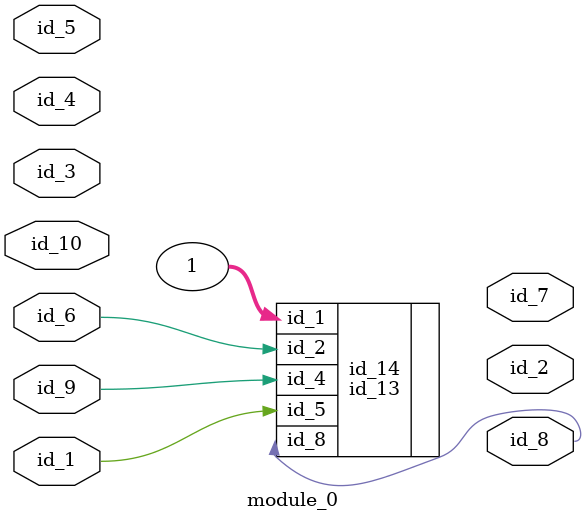
<source format=v>
`timescale 1 ps / 1ps
module module_0 (
    id_1,
    id_2,
    id_3,
    id_4,
    id_5,
    id_6,
    id_7,
    id_8,
    id_9,
    id_10
);
  input id_10;
  input id_9;
  output id_8;
  output id_7;
  input id_6;
  input id_5;
  input id_4;
  input id_3;
  output id_2;
  input id_1;
  id_11 id_12 (
      .id_3(id_4),
      .id_6(1)
  );
  id_13 id_14 (
      .id_5(id_1),
      .id_2(id_6),
      .id_8(id_8),
      .id_1(1),
      .id_4(id_9)
  );
endmodule

</source>
